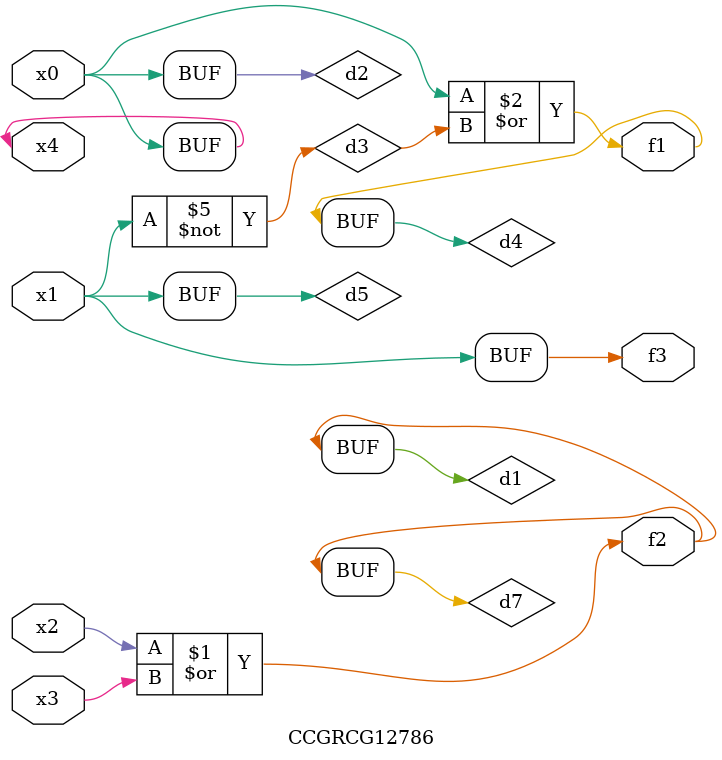
<source format=v>
module CCGRCG12786(
	input x0, x1, x2, x3, x4,
	output f1, f2, f3
);

	wire d1, d2, d3, d4, d5, d6, d7;

	or (d1, x2, x3);
	buf (d2, x0, x4);
	not (d3, x1);
	or (d4, d2, d3);
	not (d5, d3);
	nand (d6, d1, d3);
	or (d7, d1);
	assign f1 = d4;
	assign f2 = d7;
	assign f3 = d5;
endmodule

</source>
